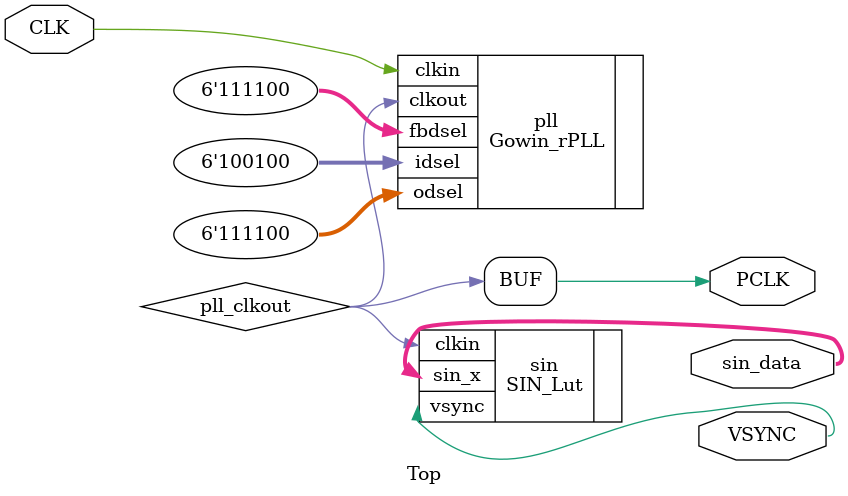
<source format=v>
module Top
(
    input CLK,
    output PCLK,
    output [11:0] sin_data,
    output VSYNC
);

wire pll_clkout;
assign PCLK = pll_clkout;

localparam FBDIV = 6'b111100; // FBDIV = 4
localparam IDIV = 6'b100100;  // IDIV = 27
localparam ODIV = 6'b000000;  // ODIV = 1

Gowin_rPLL pll
(
    .clkout(pll_clkout), 
    .clkin(CLK), 
    .fbdsel(FBDIV), 
    .idsel(IDIV), 
    .odsel(FBDIV)
);

SIN_Lut sin
(
    .clkin(pll_clkout),
    .sin_x(sin_data),
    .vsync(VSYNC)
);

endmodule
</source>
